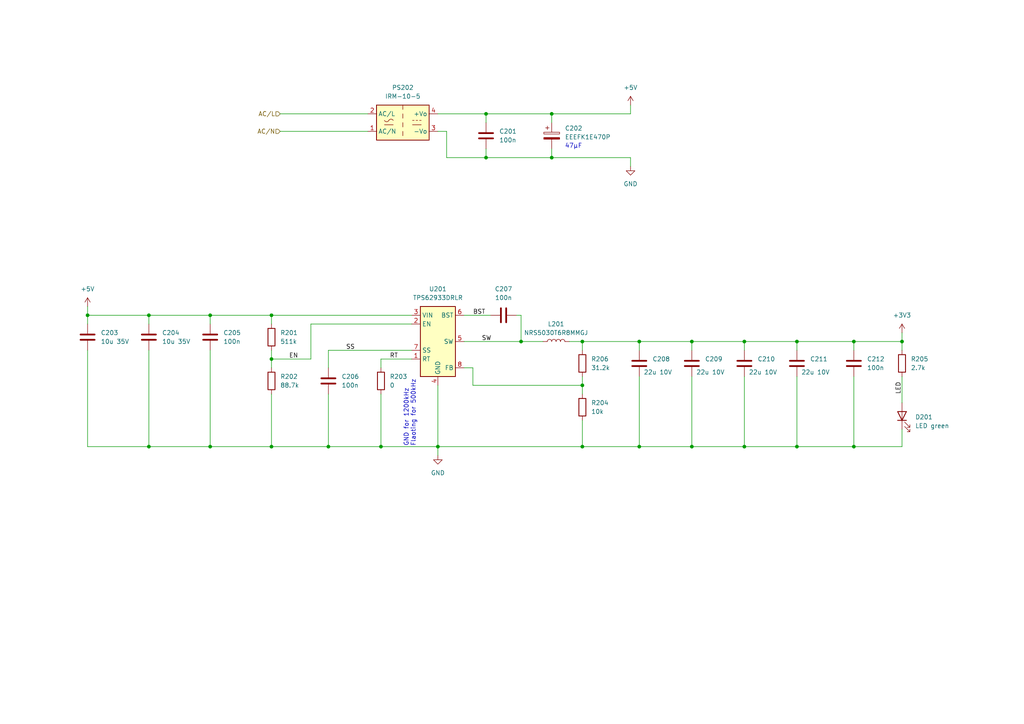
<source format=kicad_sch>
(kicad_sch (version 20231120) (generator "eeschema") (generator_version "8.0")
  (paper "A4")
  (lib_symbols
    (symbol "Converter_ACDC:IRM-10-5"
      (property "Reference" "PS" (at 0 6.35 0))
      (property "Value" "IRM-10-5" (at 0 -6.35 0))
      (symbol "IRM-10-5_0_1"
        (rectangle (start -7.62 5.08) (end 7.62 -5.08) (stroke (width 0.254)) (fill (type background)))
        (arc (start -5.334 0.635) (mid -4.699 0.2495) (end -4.064 0.635))
        (arc (start -2.794 0.635) (mid -3.429 1.0072) (end -4.064 0.635))
        (polyline (pts (xy -5.334 -0.635) (xy -2.794 -0.635)))
        (polyline (pts (xy 0 -2.54) (xy 0 -3.81)))
        (polyline (pts (xy 0 0) (xy 0 -1.27)))
        (polyline (pts (xy 0 2.54) (xy 0 1.27)))
        (polyline (pts (xy 0 5.08) (xy 0 3.81)))
        (polyline (pts (xy 2.794 -0.635) (xy 5.334 -0.635)))
        (polyline (pts (xy 2.794 0.635) (xy 3.302 0.635)))
        (polyline (pts (xy 3.81 0.635) (xy 4.318 0.635)))
        (polyline (pts (xy 4.826 0.635) (xy 5.334 0.635)))
      )
      (symbol "IRM-10-5_1_1"
        (pin power_in line (at -10.16 -2.54 0) (length 2.54) (name "AC/N") (number "1"))
        (pin power_in line (at -10.16 2.54 0) (length 2.54) (name "AC/L") (number "2"))
        (pin power_out line (at 10.16 -2.54 180) (length 2.54) (name "-Vo") (number "3"))
        (pin power_out line (at 10.16 2.54 180) (length 2.54) (name "+Vo") (number "4"))
      )
    )
    (symbol "Device:C" (pin_numbers hide) (pin_names (offset 0.254))
      (property "Reference" "C" (at 0.635 2.54 0))
      (property "Value" "C" (at 0.635 -2.54 0))
      (symbol "C_0_1"
        (polyline (pts (xy -2.032 -0.762) (xy 2.032 -0.762)) (stroke (width 0.508)))
        (polyline (pts (xy -2.032 0.762) (xy 2.032 0.762)) (stroke (width 0.508)))
      )
      (symbol "C_1_1"
        (pin passive line (at 0 3.81 270) (length 2.794) (name "~") (number "1"))
        (pin passive line (at 0 -3.81 90) (length 2.794) (name "~") (number "2"))
      )
    )
    (symbol "Device:C_Polarized" (pin_numbers hide) (pin_names (offset 0.254))
      (property "Reference" "C" (at 0.635 2.54 0))
      (property "Value" "C_Polarized" (at 0.635 -2.54 0))
      (symbol "C_Polarized_0_1"
        (rectangle (start -2.286 0.508) (end 2.286 1.016))
        (polyline (pts (xy -1.778 2.286) (xy -0.762 2.286)))
        (polyline (pts (xy -1.27 2.794) (xy -1.27 1.778)))
        (rectangle (start 2.286 -0.508) (end -2.286 -1.016) (fill (type outline)))
      )
      (symbol "C_Polarized_1_1"
        (pin passive line (at 0 3.81 270) (length 2.794) (name "~") (number "1"))
        (pin passive line (at 0 -3.81 90) (length 2.794) (name "~") (number "2"))
      )
    )
    (symbol "Device:L" (pin_numbers hide) (pin_names (offset 1.016) hide)
      (property "Reference" "L" (at -1.27 0 90))
      (property "Value" "L" (at 1.905 0 90))
      (symbol "L_0_1"
        (arc (start 0 -2.54) (mid 0.6323 -1.905) (end 0 -1.27))
        (arc (start 0 -1.27) (mid 0.6323 -0.635) (end 0 0))
        (arc (start 0 0) (mid 0.6323 0.635) (end 0 1.27))
        (arc (start 0 1.27) (mid 0.6323 1.905) (end 0 2.54))
      )
      (symbol "L_1_1"
        (pin passive line (at 0 3.81 270) (length 1.27) (name "1") (number "1"))
        (pin passive line (at 0 -3.81 90) (length 1.27) (name "2") (number "2"))
      )
    )
    (symbol "Device:LED" (pin_numbers hide) (pin_names (offset 1.016) hide)
      (property "Reference" "D" (at 0 2.54 0))
      (property "Value" "LED" (at 0 -2.54 0))
      (symbol "LED_0_1"
        (polyline (pts (xy -1.27 -1.27) (xy -1.27 1.27)) (stroke (width 0.254)))
        (polyline (pts (xy -1.27 0) (xy 1.27 0)))
        (polyline (pts (xy 1.27 -1.27) (xy 1.27 1.27) (xy -1.27 0) (xy 1.27 -1.27)) (stroke (width 0.254)))
        (polyline (pts (xy -3.048 -0.762) (xy -4.572 -2.286) (xy -3.81 -2.286) (xy -4.572 -2.286) (xy -4.572 -1.524)))
        (polyline (pts (xy -1.778 -0.762) (xy -3.302 -2.286) (xy -2.54 -2.286) (xy -3.302 -2.286) (xy -3.302 -1.524)))
      )
      (symbol "LED_1_1"
        (pin passive line (at -3.81 0 0) (length 2.54) (name "K") (number "1"))
        (pin passive line (at 3.81 0 180) (length 2.54) (name "A") (number "2"))
      )
    )
    (symbol "Device:R" (pin_numbers hide) (pin_names (offset 0))
      (property "Reference" "R" (at 2.032 0 90))
      (property "Value" "R" (at 0 0 90))
      (symbol "R_0_1"
        (rectangle (start -1.016 -2.54) (end 1.016 2.54) (stroke (width 0.254)))
      )
      (symbol "R_1_1"
        (pin passive line (at 0 3.81 270) (length 1.27) (name "~") (number "1"))
        (pin passive line (at 0 -3.81 90) (length 1.27) (name "~") (number "2"))
      )
    )
    (symbol "Regulator_Switching:TPS62933"
      (property "Reference" "U" (at 0 13.97 0))
      (property "Value" "TPS62933" (at 0 11.43 0))
      (symbol "TPS62933_0_1"
        (rectangle (start -5.08 10.16) (end 5.08 -10.16) (stroke (width 0.254)) (fill (type background)))
      )
      (symbol "TPS62933_1_1"
        (pin passive line (at -7.62 -5.08 0) (length 2.54) (name "RT") (number "1"))
        (pin input line (at -7.62 5.08 0) (length 2.54) (name "EN") (number "2"))
        (pin power_in line (at -7.62 7.62 0) (length 2.54) (name "VIN") (number "3"))
        (pin power_in line (at 0 -12.7 90) (length 2.54) (name "GND") (number "4"))
        (pin output line (at 7.62 0 180) (length 2.54) (name "SW") (number "5"))
        (pin passive line (at 7.62 7.62 180) (length 2.54) (name "BST") (number "6"))
        (pin passive line (at -7.62 -2.54 0) (length 2.54) (name "SS") (number "7"))
        (pin input line (at 7.62 -7.62 180) (length 2.54) (name "FB") (number "8"))
      )
    )
    (symbol "power:+3V3" (power) (pin_names (offset 0))
      (property "Value" "+3V3" (at 0 3.556 0))
      (symbol "+3V3_0_1"
        (polyline (pts (xy -0.762 1.27) (xy 0 2.54)))
        (polyline (pts (xy 0 0) (xy 0 2.54)))
        (polyline (pts (xy 0 2.54) (xy 0.762 1.27)))
      )
      (symbol "+3V3_1_1"
        (pin power_in line (at 0 0 90) (length 0) hide (name "+3V3") (number "1"))
      )
    )
    (symbol "power:+5V" (power) (pin_names (offset 0))
      (property "Value" "+5V" (at 0 3.556 0))
      (symbol "+5V_0_1"
        (polyline (pts (xy -0.762 1.27) (xy 0 2.54)))
        (polyline (pts (xy 0 0) (xy 0 2.54)))
        (polyline (pts (xy 0 2.54) (xy 0.762 1.27)))
      )
      (symbol "+5V_1_1"
        (pin power_in line (at 0 0 90) (length 0) hide (name "+5V") (number "1"))
      )
    )
    (symbol "power:GND" (power) (pin_names (offset 0))
      (property "Value" "GND" (at 0 -3.81 0))
      (symbol "GND_0_1"
        (polyline (pts (xy 0 0) (xy 0 -1.27) (xy 1.27 -1.27) (xy 0 -2.54) (xy -1.27 -1.27) (xy 0 -1.27)))
      )
      (symbol "GND_1_1"
        (pin power_in line (at 0 0 270) (length 0) hide (name "GND") (number "1"))
      )
    )
  )
  (junction (at 185.42 129.54))
  (junction (at 25.4 91.44))
  (junction (at 247.65 129.54))
  (junction (at 43.18 129.54))
  (junction (at 60.96 91.44))
  (junction (at 200.66 129.54))
  (junction (at 127 129.54))
  (junction (at 160.02 33.02))
  (junction (at 168.91 129.54))
  (junction (at 160.02 45.72))
  (junction (at 261.62 99.06))
  (junction (at 95.25 129.54))
  (junction (at 140.97 45.72))
  (junction (at 43.18 91.44))
  (junction (at 231.14 99.06))
  (junction (at 200.66 99.06))
  (junction (at 78.74 129.54))
  (junction (at 110.49 129.54))
  (junction (at 168.91 111.76))
  (junction (at 168.91 99.06))
  (junction (at 231.14 129.54))
  (junction (at 247.65 99.06))
  (junction (at 185.42 99.06))
  (junction (at 215.9 129.54))
  (junction (at 60.96 129.54))
  (junction (at 78.74 91.44))
  (junction (at 215.9 99.06))
  (junction (at 140.97 33.02))
  (junction (at 151.13 99.06))
  (junction (at 78.74 104.14))
  (wire (pts (xy 168.91 99.06) (xy 185.42 99.06)))
  (wire (pts (xy 127 129.54) (xy 127 132.08)))
  (wire (pts (xy 134.62 99.06) (xy 151.13 99.06)))
  (wire (pts (xy 95.25 114.3) (xy 95.25 129.54)))
  (wire (pts (xy 129.54 38.1) (xy 129.54 45.72)))
  (wire (pts (xy 261.62 124.46) (xy 261.62 129.54)))
  (wire (pts (xy 200.66 129.54) (xy 185.42 129.54)))
  (wire (pts (xy 137.16 106.68) (xy 137.16 111.76)))
  (wire (pts (xy 168.91 109.22) (xy 168.91 111.76)))
  (wire (pts (xy 149.86 91.44) (xy 151.13 91.44)))
  (wire (pts (xy 160.02 33.02) (xy 160.02 35.56)))
  (wire (pts (xy 25.4 129.54) (xy 43.18 129.54)))
  (wire (pts (xy 25.4 88.9) (xy 25.4 91.44)))
  (wire (pts (xy 60.96 129.54) (xy 78.74 129.54)))
  (wire (pts (xy 25.4 91.44) (xy 43.18 91.44)))
  (wire (pts (xy 78.74 91.44) (xy 78.74 93.98)))
  (wire (pts (xy 60.96 93.98) (xy 60.96 91.44)))
  (wire (pts (xy 134.62 91.44) (xy 142.24 91.44)))
  (wire (pts (xy 110.49 129.54) (xy 127 129.54)))
  (wire (pts (xy 247.65 129.54) (xy 231.14 129.54)))
  (wire (pts (xy 261.62 101.6) (xy 261.62 99.06)))
  (wire (pts (xy 90.17 104.14) (xy 90.17 93.98)))
  (wire (pts (xy 134.62 106.68) (xy 137.16 106.68)))
  (wire (pts (xy 110.49 114.3) (xy 110.49 129.54)))
  (wire (pts (xy 165.1 99.06) (xy 168.91 99.06)))
  (wire (pts (xy 182.88 45.72) (xy 160.02 45.72)))
  (wire (pts (xy 168.91 111.76) (xy 168.91 114.3)))
  (wire (pts (xy 140.97 45.72) (xy 129.54 45.72)))
  (wire (pts (xy 185.42 129.54) (xy 168.91 129.54)))
  (wire (pts (xy 140.97 33.02) (xy 140.97 35.56)))
  (wire (pts (xy 119.38 91.44) (xy 78.74 91.44)))
  (wire (pts (xy 261.62 109.22) (xy 261.62 116.84)))
  (wire (pts (xy 81.28 33.02) (xy 106.68 33.02)))
  (wire (pts (xy 78.74 104.14) (xy 78.74 106.68)))
  (wire (pts (xy 261.62 129.54) (xy 247.65 129.54)))
  (wire (pts (xy 182.88 45.72) (xy 182.88 48.26)))
  (wire (pts (xy 60.96 101.6) (xy 60.96 129.54)))
  (wire (pts (xy 110.49 104.14) (xy 110.49 106.68)))
  (wire (pts (xy 168.91 99.06) (xy 168.91 101.6)))
  (wire (pts (xy 215.9 99.06) (xy 215.9 101.6)))
  (wire (pts (xy 78.74 101.6) (xy 78.74 104.14)))
  (wire (pts (xy 215.9 109.22) (xy 215.9 129.54)))
  (wire (pts (xy 200.66 99.06) (xy 200.66 101.6)))
  (wire (pts (xy 182.88 30.48) (xy 182.88 33.02)))
  (wire (pts (xy 95.25 101.6) (xy 119.38 101.6)))
  (wire (pts (xy 25.4 101.6) (xy 25.4 129.54)))
  (wire (pts (xy 140.97 45.72) (xy 140.97 43.18)))
  (wire (pts (xy 81.28 38.1) (xy 106.68 38.1)))
  (wire (pts (xy 140.97 45.72) (xy 160.02 45.72)))
  (wire (pts (xy 43.18 129.54) (xy 60.96 129.54)))
  (wire (pts (xy 151.13 91.44) (xy 151.13 99.06)))
  (wire (pts (xy 78.74 129.54) (xy 95.25 129.54)))
  (wire (pts (xy 60.96 91.44) (xy 78.74 91.44)))
  (wire (pts (xy 78.74 104.14) (xy 90.17 104.14)))
  (wire (pts (xy 151.13 99.06) (xy 157.48 99.06)))
  (wire (pts (xy 127 38.1) (xy 129.54 38.1)))
  (wire (pts (xy 231.14 129.54) (xy 215.9 129.54)))
  (wire (pts (xy 95.25 106.68) (xy 95.25 101.6)))
  (wire (pts (xy 140.97 33.02) (xy 160.02 33.02)))
  (wire (pts (xy 231.14 109.22) (xy 231.14 129.54)))
  (wire (pts (xy 90.17 93.98) (xy 119.38 93.98)))
  (wire (pts (xy 137.16 111.76) (xy 168.91 111.76)))
  (wire (pts (xy 231.14 99.06) (xy 231.14 101.6)))
  (wire (pts (xy 127 33.02) (xy 140.97 33.02)))
  (wire (pts (xy 231.14 99.06) (xy 247.65 99.06)))
  (wire (pts (xy 78.74 114.3) (xy 78.74 129.54)))
  (wire (pts (xy 43.18 101.6) (xy 43.18 129.54)))
  (wire (pts (xy 43.18 91.44) (xy 60.96 91.44)))
  (wire (pts (xy 127 129.54) (xy 168.91 129.54)))
  (wire (pts (xy 200.66 109.22) (xy 200.66 129.54)))
  (wire (pts (xy 215.9 99.06) (xy 231.14 99.06)))
  (wire (pts (xy 95.25 129.54) (xy 110.49 129.54)))
  (wire (pts (xy 119.38 104.14) (xy 110.49 104.14)))
  (wire (pts (xy 185.42 109.22) (xy 185.42 129.54)))
  (wire (pts (xy 185.42 99.06) (xy 185.42 101.6)))
  (wire (pts (xy 43.18 91.44) (xy 43.18 93.98)))
  (wire (pts (xy 215.9 129.54) (xy 200.66 129.54)))
  (wire (pts (xy 185.42 99.06) (xy 200.66 99.06)))
  (wire (pts (xy 200.66 99.06) (xy 215.9 99.06)))
  (wire (pts (xy 247.65 101.6) (xy 247.65 99.06)))
  (wire (pts (xy 25.4 93.98) (xy 25.4 91.44)))
  (wire (pts (xy 247.65 99.06) (xy 261.62 99.06)))
  (wire (pts (xy 261.62 96.52) (xy 261.62 99.06)))
  (wire (pts (xy 160.02 33.02) (xy 182.88 33.02)))
  (wire (pts (xy 247.65 109.22) (xy 247.65 129.54)))
  (wire (pts (xy 127 111.76) (xy 127 129.54)))
  (wire (pts (xy 160.02 43.18) (xy 160.02 45.72)))
  (wire (pts (xy 168.91 129.54) (xy 168.91 121.92)))
  (text "GND for 1200kHz\nFlaoting for 500kHz" (at 120.65 129.54 90) (effects (font (size 1.27 1.27)) (justify left bottom)))
  (text "47µF" (at 163.83 43.18 0) (effects (font (size 1.27 1.27)) (justify left bottom)))
  (label "RT" (at 113.03 104.14 0))
  (label "LED" (at 261.62 114.3 90))
  (label "EN" (at 83.82 104.14 0))
  (label "BST" (at 137.16 91.44 0))
  (label "SS" (at 100.33 101.6 0))
  (label "SW" (at 139.7 99.06 0))
  (hierarchical_label "AC{slash}L" (shape input) (at 81.28 33.02 180))
  (hierarchical_label "AC{slash}N" (shape input) (at 81.28 38.1 180))
  (symbol (lib_id "Device:LED") (at 261.62 120.65 90) (unit 1)
    (property "Reference" "D201" (at 265.43 120.9675 90) (effects (justify right)))
    (property "Value" "LED green" (at 265.43 123.5075 90) (effects (justify right)))
    (property "Footprint" "LED_SMD:LED_0603_1608Metric" (effects (hide yes)))
    (instances (project "reflow-controller-v1" (path "" (reference "D201") (unit 1))) (project "controller_v1" (path "" (reference "D1002") (unit 1)) (path "" (reference "D1803") (unit 1)) (path "" (reference "D901") (unit 1)) (path "" (reference "D2001") (unit 1))))
  )
  (symbol (lib_id "Device:R") (at 78.74 110.49 0) (unit 1)
    (property "Reference" "R202" (at 81.28 109.22 0) (effects (justify left)))
    (property "Value" "88.7k" (at 81.28 111.76 0) (effects (justify left)))
    (property "Footprint" "Resistor_SMD:R_0603_1608Metric" (effects (hide yes)))
    (instances (project "reflow-controller-v1" (path "" (reference "R202") (unit 1))) (project "controller_v1" (path "" (reference "R?") (unit 1)) (path "" (reference "R902") (unit 1)) (path "" (reference "R2002") (unit 1))))
  )
  (symbol (lib_id "Converter_ACDC:IRM-10-5") (at 116.84 35.56 0) (unit 1)
    (property "Reference" "PS202" (at 116.84 25.4 0))
    (property "Value" "IRM-10-5" (at 116.84 27.94 0))
    (property "Footprint" "Converter_ACDC:Converter_ACDC_MeanWell_IRM-10-xx_THT" (effects (hide yes)))
    (property "Datasheet" "https://www.meanwell.com/Upload/PDF/IRM-10/IRM-10-SPEC.PDF" (effects (hide yes)))
  )
  (symbol (lib_id "power:+5V") (at 25.4 88.9 0) (unit 1)
    (property "Reference" "#PWR0205" (effects (hide yes)))
    (property "Value" "+5V" (at 25.4 83.82 0))
  )
  (symbol (lib_id "Device:C") (at 200.66 105.41 0) (unit 1)
    (property "Reference" "C209" (at 204.47 104.14 0) (effects (justify left)))
    (property "Value" "22u 10V" (at 201.93 107.95 0) (effects (justify left)))
    (property "Footprint" "Capacitor_SMD:C_1206_3216Metric" (effects (hide yes)))
    (instances (project "reflow-controller-v1" (path "" (reference "C209") (unit 1))) (project "controller_v1" (path "" (reference "C?") (unit 1)) (path "" (reference "C907") (unit 1)) (path "" (reference "C2007") (unit 1))))
  )
  (symbol (lib_id "Device:R") (at 168.91 105.41 0) (unit 1)
    (property "Reference" "R206" (at 171.45 104.14 0) (effects (justify left)))
    (property "Value" "31.2k" (at 171.45 106.68 0) (effects (justify left)))
    (property "Footprint" "Resistor_SMD:R_0603_1608Metric" (effects (hide yes)))
    (instances (project "reflow-controller-v1" (path "" (reference "R206") (unit 1))) (project "controller_v1" (path "" (reference "R?") (unit 1)) (path "" (reference "R904") (unit 1)) (path "" (reference "R2004") (unit 1))))
  )
  (symbol (lib_id "Device:C") (at 25.4 97.79 0) (unit 1)
    (property "Reference" "C203" (at 29.21 96.52 0) (effects (justify left)))
    (property "Value" "10u 35V" (at 29.21 99.06 0) (effects (justify left)))
    (property "Footprint" "Capacitor_SMD:C_1206_3216Metric" (effects (hide yes)))
    (instances (project "reflow-controller-v1" (path "" (reference "C203") (unit 1))) (project "controller_v1" (path "" (reference "C?") (unit 1)) (path "" (reference "C901") (unit 1)) (path "" (reference "C2001") (unit 1))))
  )
  (symbol (lib_id "Device:R") (at 168.91 118.11 0) (unit 1)
    (property "Reference" "R204" (at 171.45 116.84 0) (effects (justify left)))
    (property "Value" "10k" (at 171.45 119.38 0) (effects (justify left)))
    (property "Footprint" "Resistor_SMD:R_0603_1608Metric" (effects (hide yes)))
    (instances (project "reflow-controller-v1" (path "" (reference "R204") (unit 1))) (project "controller_v1" (path "" (reference "R?") (unit 1)) (path "" (reference "R904") (unit 1)) (path "" (reference "R2004") (unit 1))))
  )
  (symbol (lib_id "Device:C") (at 231.14 105.41 0) (unit 1)
    (property "Reference" "C211" (at 234.95 104.14 0) (effects (justify left)))
    (property "Value" "22u 10V" (at 232.41 107.95 0) (effects (justify left)))
    (property "Footprint" "Capacitor_SMD:C_1206_3216Metric" (effects (hide yes)))
    (instances (project "reflow-controller-v1" (path "" (reference "C211") (unit 1))) (project "controller_v1" (path "" (reference "C?") (unit 1)) (path "" (reference "C909") (unit 1)) (path "" (reference "C2009") (unit 1))))
  )
  (symbol (lib_id "Device:R") (at 78.74 97.79 0) (unit 1)
    (property "Reference" "R201" (at 81.28 96.52 0) (effects (justify left)))
    (property "Value" "511k" (at 81.28 99.06 0) (effects (justify left)))
    (property "Footprint" "Resistor_SMD:R_0603_1608Metric" (effects (hide yes)))
    (instances (project "reflow-controller-v1" (path "" (reference "R201") (unit 1))) (project "controller_v1" (path "" (reference "R?") (unit 1)) (path "" (reference "R901") (unit 1)) (path "" (reference "R2001") (unit 1))))
  )
  (symbol (lib_id "power:+3V3") (at 261.62 96.52 0) (unit 1)
    (property "Reference" "#PWR0203" (effects (hide yes)))
    (property "Value" "+3V3" (at 261.62 91.44 0))
  )
  (symbol (lib_id "Device:L") (at 161.29 99.06 90) (unit 1)
    (property "Reference" "L201" (at 161.29 93.98 90))
    (property "Value" "NRS5030T6R8MMGJ" (at 161.29 96.52 90))
    (property "Footprint" "Inductor_SMD:L_Taiyo-Yuden_NR-50xx" (effects (hide yes)))
    (instances (project "reflow-controller-v1" (path "" (reference "L201") (unit 1))) (project "controller_v1" (path "" (reference "L?") (unit 1)) (path "" (reference "L901") (unit 1)) (path "" (reference "L2001") (unit 1))))
  )
  (symbol (lib_id "Device:C") (at 140.97 39.37 0) (unit 1)
    (property "Reference" "C201" (at 144.78 38.1 0) (effects (justify left)))
    (property "Value" "100n" (at 144.78 40.64 0) (effects (justify left)))
  )
  (symbol (lib_id "Device:C") (at 95.25 110.49 0) (unit 1)
    (property "Reference" "C206" (at 99.06 109.22 0) (effects (justify left)))
    (property "Value" "100n" (at 99.06 111.76 0) (effects (justify left)))
    (property "Footprint" "Capacitor_SMD:C_0603_1608Metric" (effects (hide yes)))
    (instances (project "reflow-controller-v1" (path "" (reference "C206") (unit 1))) (project "controller_v1" (path "" (reference "C?") (unit 1)) (path "" (reference "C904") (unit 1)) (path "" (reference "C2004") (unit 1))))
  )
  (symbol (lib_id "power:GND") (at 182.88 48.26 0) (unit 1)
    (property "Reference" "#PWR0201" (effects (hide yes)))
    (property "Value" "GND" (at 182.88 53.34 0))
  )
  (symbol (lib_id "Device:R") (at 261.62 105.41 0) (unit 1)
    (property "Reference" "R205" (at 264.16 104.14 0) (effects (justify left)))
    (property "Value" "2.7k" (at 264.16 106.68 0) (effects (justify left)))
    (property "Footprint" "Resistor_SMD:R_0603_1608Metric" (effects (hide yes)))
    (instances (project "reflow-controller-v1" (path "" (reference "R205") (unit 1))) (project "controller_v1" (path "" (reference "R1002") (unit 1)) (path "" (reference "R1804") (unit 1)) (path "" (reference "R905") (unit 1)) (path "" (reference "R2005") (unit 1))))
  )
  (symbol (lib_id "Device:C") (at 60.96 97.79 0) (unit 1)
    (property "Reference" "C205" (at 64.77 96.52 0) (effects (justify left)))
    (property "Value" "100n" (at 64.77 99.06 0) (effects (justify left)))
    (property "Footprint" "Capacitor_SMD:C_0603_1608Metric" (effects (hide yes)))
    (instances (project "reflow-controller-v1" (path "" (reference "C205") (unit 1))) (project "controller_v1" (path "" (reference "C?") (unit 1)) (path "" (reference "C903") (unit 1)) (path "" (reference "C2003") (unit 1))))
  )
  (symbol (lib_id "Regulator_Switching:TPS62933") (at 127 99.06 0) (unit 1)
    (property "Reference" "U201" (at 127 83.82 0))
    (property "Value" "TPS62933DRLR" (at 127 86.36 0))
    (property "Footprint" "Package_TO_SOT_SMD:SOT-583-8" (effects (hide yes)))
    (property "Datasheet" "https://www.ti.com/lit/ds/symlink/tps62933.pdf" (effects (hide yes)))
    (instances (project "reflow-controller-v1" (path "" (reference "U201") (unit 1))) (project "controller_v1" (path "" (reference "U?") (unit 1)) (path "" (reference "U901") (unit 1)) (path "" (reference "U2001") (unit 1))))
  )
  (symbol (lib_id "Device:C_Polarized") (at 160.02 39.37 0) (unit 1)
    (property "Reference" "C202" (at 163.83 37.211 0) (effects (justify left)))
    (property "Value" "EEEFK1E470P" (at 163.83 39.751 0) (effects (justify left)))
    (property "Footprint" "Capacitor_SMD:CP_Elec_6.3x5.9" (effects (hide yes)))
  )
  (symbol (lib_id "Device:C") (at 185.42 105.41 0) (unit 1)
    (property "Reference" "C208" (at 189.23 104.14 0) (effects (justify left)))
    (property "Value" "22u 10V" (at 186.69 107.95 0) (effects (justify left)))
    (property "Footprint" "Capacitor_SMD:C_1206_3216Metric" (effects (hide yes)))
    (instances (project "reflow-controller-v1" (path "" (reference "C208") (unit 1))) (project "controller_v1" (path "" (reference "C?") (unit 1)) (path "" (reference "C906") (unit 1)) (path "" (reference "C2006") (unit 1))))
  )
  (symbol (lib_id "Device:C") (at 146.05 91.44 90) (unit 1)
    (property "Reference" "C207" (at 146.05 83.82 90))
    (property "Value" "100n" (at 146.05 86.36 90))
    (property "Footprint" "Capacitor_SMD:C_0603_1608Metric" (effects (hide yes)))
    (instances (project "reflow-controller-v1" (path "" (reference "C207") (unit 1))) (project "controller_v1" (path "" (reference "C?") (unit 1)) (path "" (reference "C905") (unit 1)) (path "" (reference "C2005") (unit 1))))
  )
  (symbol (lib_id "Device:R") (at 110.49 110.49 0) (unit 1)
    (property "Reference" "R203" (at 113.03 109.22 0) (effects (justify left)))
    (property "Value" "0" (at 113.03 111.76 0) (effects (justify left)))
    (property "Footprint" "Resistor_SMD:R_0603_1608Metric" (effects (hide yes)))
    (instances (project "reflow-controller-v1" (path "" (reference "R203") (unit 1))) (project "controller_v1" (path "" (reference "R?") (unit 1)) (path "" (reference "R903") (unit 1)) (path "" (reference "R2003") (unit 1))))
  )
  (symbol (lib_id "power:GND") (at 127 132.08 0) (unit 1)
    (property "Reference" "#PWR0204" (effects (hide yes)))
    (property "Value" "GND" (at 127 137.16 0))
    (instances (project "reflow-controller-v1" (path "" (reference "#PWR0204") (unit 1))) (project "controller_v1" (path "" (reference "#PWR?") (unit 1)) (path "" (reference "#PWR0901") (unit 1)) (path "" (reference "#PWR02001") (unit 1))))
  )
  (symbol (lib_id "Device:C") (at 247.65 105.41 0) (unit 1)
    (property "Reference" "C212" (at 251.46 104.14 0) (effects (justify left)))
    (property "Value" "100n" (at 251.46 106.68 0) (effects (justify left)))
    (property "Footprint" "Capacitor_SMD:C_0603_1608Metric" (effects (hide yes)))
    (instances (project "reflow-controller-v1" (path "" (reference "C212") (unit 1))) (project "controller_v1" (path "" (reference "C?") (unit 1)) (path "" (reference "C910") (unit 1)) (path "" (reference "C2010") (unit 1))))
  )
  (symbol (lib_id "power:+5V") (at 182.88 30.48 0) (unit 1)
    (property "Reference" "#PWR0202" (effects (hide yes)))
    (property "Value" "+5V" (at 182.88 25.4 0))
  )
  (symbol (lib_id "Device:C") (at 215.9 105.41 0) (unit 1)
    (property "Reference" "C210" (at 219.71 104.14 0) (effects (justify left)))
    (property "Value" "22u 10V" (at 217.17 107.95 0) (effects (justify left)))
    (property "Footprint" "Capacitor_SMD:C_1206_3216Metric" (effects (hide yes)))
    (instances (project "reflow-controller-v1" (path "" (reference "C210") (unit 1))) (project "controller_v1" (path "" (reference "C?") (unit 1)) (path "" (reference "C908") (unit 1)) (path "" (reference "C2008") (unit 1))))
  )
  (symbol (lib_id "Device:C") (at 43.18 97.79 0) (unit 1)
    (property "Reference" "C204" (at 46.99 96.52 0) (effects (justify left)))
    (property "Value" "10u 35V" (at 46.99 99.06 0) (effects (justify left)))
    (property "Footprint" "Capacitor_SMD:C_1206_3216Metric" (effects (hide yes)))
    (instances (project "reflow-controller-v1" (path "" (reference "C204") (unit 1))) (project "controller_v1" (path "" (reference "C?") (unit 1)) (path "" (reference "C902") (unit 1)) (path "" (reference "C2002") (unit 1))))
  )
)
</source>
